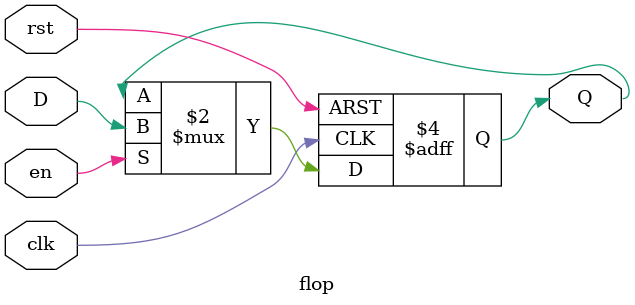
<source format=sv>
module flop (
    input logic clk, rst, D, en, 
    output logic  Q 
);
    always_ff @( posedge clk, posedge rst ) begin : flop_D_Q
        if(rst)
            Q <= '0;
        else if(en)
            Q <= D;
    end
    
endmodule
</source>
